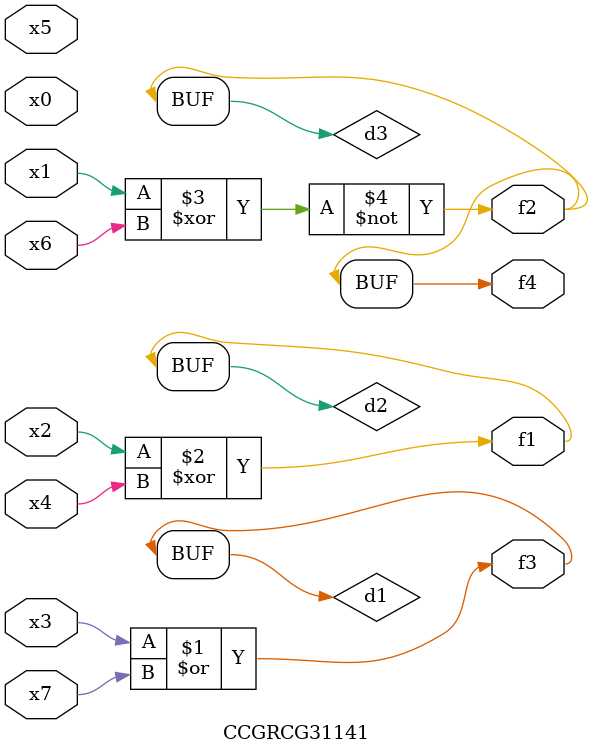
<source format=v>
module CCGRCG31141(
	input x0, x1, x2, x3, x4, x5, x6, x7,
	output f1, f2, f3, f4
);

	wire d1, d2, d3;

	or (d1, x3, x7);
	xor (d2, x2, x4);
	xnor (d3, x1, x6);
	assign f1 = d2;
	assign f2 = d3;
	assign f3 = d1;
	assign f4 = d3;
endmodule

</source>
